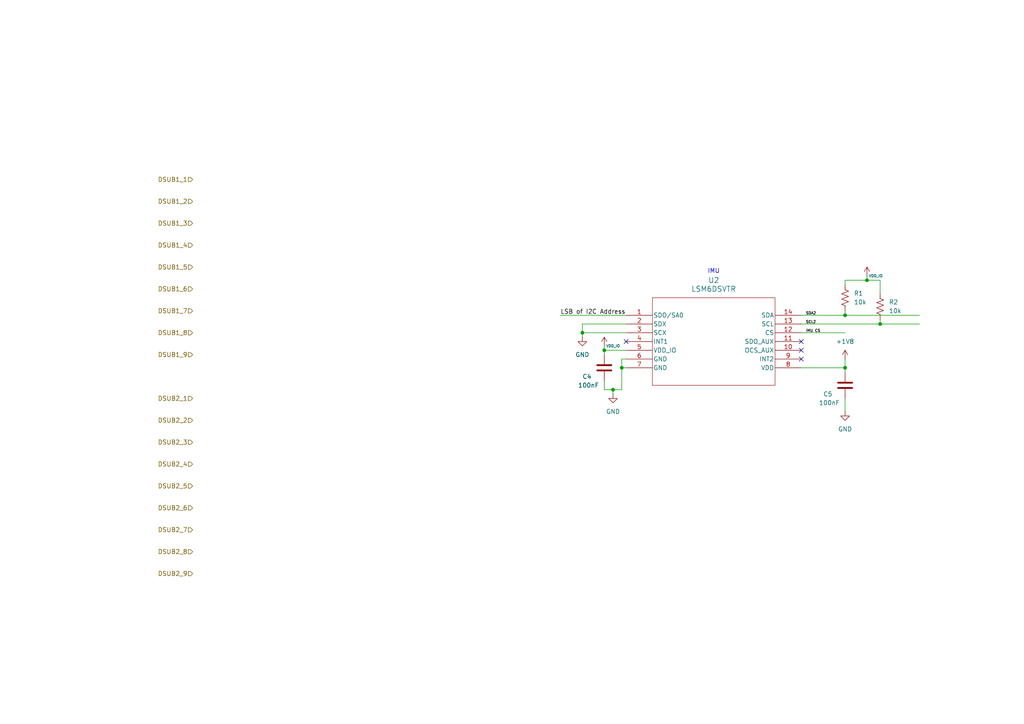
<source format=kicad_sch>
(kicad_sch (version 20250114) (generator "eeschema") (generator_version "9.0")
  (paper "A4")
  (lib_symbols
    (symbol "Capstone Symbols:LSM6DSVTR" (pin_names (offset 0.254))
      (property "Reference" "U" (at 25.4 10.16 0))
      (property "Value" "LSM6DSVTR" (at 25.4 7.62 0))
      (symbol "LSM6DSVTR_0_1"
        (polyline (pts (xy 7.62 5.08) (xy 7.62 -20.32)) (stroke (width 0.127)))
        (polyline (pts (xy 7.62 -20.32) (xy 43.18 -20.32)) (stroke (width 0.127)))
        (polyline (pts (xy 43.18 5.08) (xy 7.62 5.08)) (stroke (width 0.127)))
        (polyline (pts (xy 43.18 -20.32) (xy 43.18 5.08)) (stroke (width 0.127)))
        (pin unspecified line (at 0 0 0) (length 7.62) (name "SDO/SA0") (number "1"))
        (pin unspecified line (at 0 -2.54 0) (length 7.62) (name "SDX") (number "2"))
        (pin unspecified line (at 0 -5.08 0) (length 7.62) (name "SCX") (number "3"))
        (pin unspecified line (at 0 -7.62 0) (length 7.62) (name "INT1") (number "4"))
        (pin power_in line (at 0 -10.16 0) (length 7.62) (name "VDD_IO") (number "5"))
        (pin power_out line (at 0 -12.7 0) (length 7.62) (name "GND") (number "6"))
        (pin power_out line (at 0 -15.24 0) (length 7.62) (name "GND") (number "7"))
        (pin unspecified line (at 50.8 0 180) (length 7.62) (name "SDA") (number "14"))
        (pin unspecified line (at 50.8 -2.54 180) (length 7.62) (name "SCL") (number "13"))
        (pin unspecified line (at 50.8 -5.08 180) (length 7.62) (name "CS") (number "12"))
        (pin unspecified line (at 50.8 -7.62 180) (length 7.62) (name "SDO_AUX") (number "11"))
        (pin unspecified line (at 50.8 -10.16 180) (length 7.62) (name "OCS_AUX") (number "10"))
        (pin unspecified line (at 50.8 -12.7 180) (length 7.62) (name "INT2") (number "9"))
        (pin power_in line (at 50.8 -15.24 180) (length 7.62) (name "VDD") (number "8"))
      )
    )
    (symbol "Device:C" (pin_numbers (hide yes)) (pin_names (offset 0.254))
      (property "Reference" "C" (at 0.635 2.54 0))
      (property "Value" "C" (at 0.635 -2.54 0))
      (symbol "C_0_1"
        (polyline (pts (xy -2.032 0.762) (xy 2.032 0.762)) (stroke (width 0.508)))
        (polyline (pts (xy -2.032 -0.762) (xy 2.032 -0.762)) (stroke (width 0.508)))
      )
      (symbol "C_1_1"
        (pin passive line (at 0 3.81 270) (length 2.794) (name "~") (number "1"))
        (pin passive line (at 0 -3.81 90) (length 2.794) (name "~") (number "2"))
      )
    )
    (symbol "Device:R_US" (pin_numbers (hide yes)) (pin_names (offset 0))
      (property "Reference" "R" (at 2.54 0 90))
      (property "Value" "R_US" (at -2.54 0 90))
      (symbol "R_US_0_1"
        (polyline (pts (xy 0 2.286) (xy 0 2.54)))
        (polyline (pts (xy 0 2.286) (xy 1.016 1.905) (xy 0 1.524) (xy -1.016 1.143) (xy 0 0.762)))
        (polyline (pts (xy 0 0.762) (xy 1.016 0.381) (xy 0 0) (xy -1.016 -0.381) (xy 0 -0.762)))
        (polyline (pts (xy 0 -0.762) (xy 1.016 -1.143) (xy 0 -1.524) (xy -1.016 -1.905) (xy 0 -2.286)))
        (polyline (pts (xy 0 -2.286) (xy 0 -2.54)))
      )
      (symbol "R_US_1_1"
        (pin passive line (at 0 3.81 270) (length 1.27) (name "~") (number "1"))
        (pin passive line (at 0 -3.81 90) (length 1.27) (name "~") (number "2"))
      )
    )
    (symbol "power:+1V8" (power) (pin_numbers (hide yes)) (pin_names (offset 0) (hide yes))
      (property "Value" "+1V8" (at 0 3.556 0))
      (symbol "+1V8_0_1"
        (polyline (pts (xy -0.762 1.27) (xy 0 2.54)))
        (polyline (pts (xy 0 2.54) (xy 0.762 1.27)))
        (polyline (pts (xy 0 0) (xy 0 2.54)))
      )
      (symbol "+1V8_1_1"
        (pin power_in line (at 0 0 90) (length 0) (name "~") (number "1"))
      )
    )
    (symbol "power:GND" (power) (pin_numbers (hide yes)) (pin_names (offset 0) (hide yes))
      (property "Value" "GND" (at 0 -3.81 0))
      (symbol "GND_0_1"
        (polyline (pts (xy 0 0) (xy 0 -1.27) (xy 1.27 -1.27) (xy 0 -2.54) (xy -1.27 -1.27) (xy 0 -1.27)))
      )
      (symbol "GND_1_1"
        (pin power_in line (at 0 0 270) (length 0) (name "~") (number "1"))
      )
    )
    (symbol "power:VDD" (power) (pin_numbers (hide yes)) (pin_names (offset 0) (hide yes))
      (property "Value" "VDD" (at 0 3.556 0))
      (symbol "VDD_0_1"
        (polyline (pts (xy -0.762 1.27) (xy 0 2.54)))
        (polyline (pts (xy 0 2.54) (xy 0.762 1.27)))
        (polyline (pts (xy 0 0) (xy 0 2.54)))
      )
      (symbol "VDD_1_1"
        (pin power_in line (at 0 0 90) (length 0) (name "~") (number "1"))
      )
    )
  )
  (text "IMU" (at 207.01 78.74 0) (effects (font (size 1.27 1.27))))
  (junction (at 180.34 106.68))
  (junction (at 245.11 106.68))
  (junction (at 168.91 96.52))
  (junction (at 177.8 113.03))
  (junction (at 175.26 101.6))
  (junction (at 255.27 93.98))
  (junction (at 245.11 91.44))
  (junction (at 251.46 81.28))
  (no_connect (at 181.61 99.06))
  (no_connect (at 232.41 104.14))
  (no_connect (at 232.41 101.6))
  (no_connect (at 232.41 99.06))
  (wire (pts (xy 232.41 96.52) (xy 245.11 96.52)))
  (wire (pts (xy 245.11 81.28) (xy 251.46 81.28)))
  (wire (pts (xy 175.26 110.49) (xy 175.26 113.03)))
  (wire (pts (xy 232.41 93.98) (xy 255.27 93.98)))
  (wire (pts (xy 180.34 104.14) (xy 180.34 106.68)))
  (wire (pts (xy 177.8 113.03) (xy 180.34 113.03)))
  (wire (pts (xy 255.27 93.98) (xy 266.7 93.98)))
  (wire (pts (xy 175.26 102.87) (xy 175.26 101.6)))
  (wire (pts (xy 232.41 106.68) (xy 245.11 106.68)))
  (wire (pts (xy 181.61 104.14) (xy 180.34 104.14)))
  (wire (pts (xy 175.26 101.6) (xy 181.61 101.6)))
  (wire (pts (xy 175.26 113.03) (xy 177.8 113.03)))
  (wire (pts (xy 245.11 106.68) (xy 245.11 107.95)))
  (wire (pts (xy 245.11 91.44) (xy 266.7 91.44)))
  (wire (pts (xy 245.11 104.14) (xy 245.11 106.68)))
  (wire (pts (xy 181.61 93.98) (xy 168.91 93.98)))
  (wire (pts (xy 162.56 91.44) (xy 181.61 91.44)))
  (wire (pts (xy 251.46 81.28) (xy 255.27 81.28)))
  (wire (pts (xy 177.8 113.03) (xy 177.8 114.3)))
  (wire (pts (xy 245.11 82.55) (xy 245.11 81.28)))
  (wire (pts (xy 255.27 85.09) (xy 255.27 81.28)))
  (wire (pts (xy 168.91 93.98) (xy 168.91 96.52)))
  (wire (pts (xy 168.91 96.52) (xy 168.91 97.79)))
  (wire (pts (xy 181.61 96.52) (xy 168.91 96.52)))
  (wire (pts (xy 245.11 115.57) (xy 245.11 119.38)))
  (wire (pts (xy 180.34 106.68) (xy 181.61 106.68)))
  (wire (pts (xy 245.11 90.17) (xy 245.11 91.44)))
  (wire (pts (xy 180.34 106.68) (xy 180.34 113.03)))
  (wire (pts (xy 255.27 92.71) (xy 255.27 93.98)))
  (wire (pts (xy 175.26 100.33) (xy 175.26 101.6)))
  (wire (pts (xy 232.41 91.44) (xy 245.11 91.44)))
  (wire (pts (xy 251.46 80.01) (xy 251.46 81.28)))
  (label "SCL2" (at 233.68 93.98 0) (effects (font (size 0.762 0.762))))
  (label "IMU CS" (at 233.68 96.52 0) (effects (font (size 0.762 0.762))))
  (label "LSB of I2C Address" (at 162.56 91.44 0))
  (label "SDA2" (at 233.68 91.44 0) (effects (font (size 0.762 0.762))))
  (hierarchical_label "DSUB2_2" (shape input) (at 55.88 121.92 180))
  (hierarchical_label "DSUB2_7" (shape input) (at 55.88 153.67 180))
  (hierarchical_label "DSUB1_8" (shape input) (at 55.88 96.52 180))
  (hierarchical_label "DSUB1_5" (shape input) (at 55.88 77.47 180))
  (hierarchical_label "DSUB1_3" (shape input) (at 55.88 64.77 180))
  (hierarchical_label "DSUB1_1" (shape input) (at 55.88 52.07 180))
  (hierarchical_label "DSUB1_6" (shape input) (at 55.88 83.82 180))
  (hierarchical_label "DSUB2_8" (shape input) (at 55.88 160.02 180))
  (hierarchical_label "DSUB2_1" (shape input) (at 55.88 115.57 180))
  (hierarchical_label "DSUB1_2" (shape input) (at 55.88 58.42 180))
  (hierarchical_label "DSUB2_5" (shape input) (at 55.88 140.97 180))
  (hierarchical_label "DSUB1_4" (shape input) (at 55.88 71.12 180))
  (hierarchical_label "DSUB2_9" (shape input) (at 55.88 166.37 180))
  (hierarchical_label "DSUB1_7" (shape input) (at 55.88 90.17 180))
  (hierarchical_label "DSUB1_9" (shape input) (at 55.88 102.87 180))
  (hierarchical_label "DSUB2_4" (shape input) (at 55.88 134.62 180))
  (hierarchical_label "DSUB2_3" (shape input) (at 55.88 128.27 180))
  (hierarchical_label "DSUB2_6" (shape input) (at 55.88 147.32 180))
  (symbol (lib_id "power:GND") (at 168.91 97.79 0) (unit 1)
    (property "Reference" "#PWR05" (effects (hide yes)))
    (property "Value" "GND" (at 168.91 102.87 0))
    (property "Description" "Power symbol creates a global label with name \"GND\" , ground" (effects (hide yes)))
  )
  (symbol (lib_id "power:VDD") (at 175.26 100.33 0) (unit 1)
    (property "Reference" "#PWR041" (effects (hide yes)))
    (property "Value" "VDD_IO" (at 177.8 100.33 0) (effects (font (size 0.762 0.762))))
    (property "Description" "Power symbol creates a global label with name \"VDD\"" (effects (hide yes)))
  )
  (symbol (lib_id "Device:C") (at 245.11 111.76 0) (unit 1)
    (property "Reference" "C5" (at 238.76 114.3 0) (effects (justify left)))
    (property "Value" "100nF" (at 237.49 116.84 0) (effects (justify left)))
    (property "Description" "Unpolarized capacitor" (effects (hide yes)))
  )
  (symbol (lib_id "Device:C") (at 175.26 106.68 0) (unit 1)
    (property "Reference" "C4" (at 168.91 109.22 0) (effects (justify left)))
    (property "Value" "100nF" (at 167.64 111.76 0) (effects (justify left)))
    (property "Description" "Unpolarized capacitor" (effects (hide yes)))
  )
  (symbol (lib_id "power:GND") (at 245.11 119.38 0) (unit 1)
    (property "Reference" "#PWR022" (effects (hide yes)))
    (property "Value" "GND" (at 245.11 124.46 0))
    (property "Description" "Power symbol creates a global label with name \"GND\" , ground" (effects (hide yes)))
  )
  (symbol (lib_id "power:VDD") (at 251.46 80.01 0) (unit 1)
    (property "Reference" "#PWR042" (effects (hide yes)))
    (property "Value" "VDD_IO" (at 254 80.01 0) (effects (font (size 0.762 0.762))))
    (property "Description" "Power symbol creates a global label with name \"VDD\"" (effects (hide yes)))
  )
  (symbol (lib_id "Device:R_US") (at 255.27 88.9 0) (unit 1)
    (property "Reference" "R2" (at 257.81 87.6299 0) (effects (justify left)))
    (property "Value" "10k" (at 257.81 90.1699 0) (effects (justify left)))
    (property "Description" "Resistor, US symbol" (effects (hide yes)))
  )
  (symbol (lib_id "power:+1V8") (at 245.11 104.14 0) (unit 1)
    (property "Reference" "#PWR021" (effects (hide yes)))
    (property "Value" "+1V8" (at 245.11 99.06 0))
    (property "Description" "Power symbol creates a global label with name \"+1V8\"" (effects (hide yes)))
  )
  (symbol (lib_id "Device:R_US") (at 245.11 86.36 0) (unit 1)
    (property "Reference" "R1" (at 247.65 85.0899 0) (effects (justify left)))
    (property "Value" "10k" (at 247.65 87.6299 0) (effects (justify left)))
    (property "Description" "Resistor, US symbol" (effects (hide yes)))
  )
  (symbol (lib_id "Capstone Symbols:LSM6DSVTR") (at 181.61 91.44 0) (unit 1)
    (property "Reference" "U2" (at 207.01 81.28 0) (effects (font (size 1.524 1.524))))
    (property "Value" "LSM6DSVTR" (at 207.01 83.82 0) (effects (font (size 1.524 1.524))))
    (property "Footprint" "Capstone Footprints:IMU_LGA14-L_2P59X3P1X0P5_STM-M" (effects (hide yes)))
    (property "Datasheet" "LSM6DSVTR" (effects (hide yes)))
  )
  (symbol (lib_id "power:GND") (at 177.8 114.3 0) (unit 1)
    (property "Reference" "#PWR020" (effects (hide yes)))
    (property "Value" "GND" (at 177.8 119.38 0))
    (property "Description" "Power symbol creates a global label with name \"GND\" , ground" (effects (hide yes)))
  )
)
</source>
